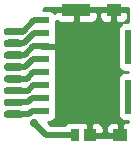
<source format=gtl>
G04 #@! TF.GenerationSoftware,KiCad,Pcbnew,(5.1.5)-3*
G04 #@! TF.CreationDate,2019-12-29T19:45:59-08:00*
G04 #@! TF.ProjectId,teensy40-sd-adapter,7465656e-7379-4343-902d-73642d616461,rev?*
G04 #@! TF.SameCoordinates,Original*
G04 #@! TF.FileFunction,Copper,L1,Top*
G04 #@! TF.FilePolarity,Positive*
%FSLAX46Y46*%
G04 Gerber Fmt 4.6, Leading zero omitted, Abs format (unit mm)*
G04 Created by KiCad (PCBNEW (5.1.5)-3) date 2019-12-29 19:45:59*
%MOMM*%
%LPD*%
G04 APERTURE LIST*
%ADD10C,0.100000*%
%ADD11C,0.700000*%
%ADD12R,0.550000X2.910000*%
%ADD13R,1.000000X0.500000*%
%ADD14R,0.780000X1.050000*%
%ADD15R,1.200000X1.050000*%
%ADD16R,2.390000X1.050000*%
%ADD17R,1.080000X1.050000*%
%ADD18C,0.500000*%
%ADD19C,0.254000*%
G04 APERTURE END LIST*
G04 #@! TA.AperFunction,ComponentPad*
D10*
G36*
X126289856Y-98411565D02*
G01*
X126321404Y-98416245D01*
X126352343Y-98423994D01*
X126382372Y-98434739D01*
X126411204Y-98448376D01*
X126438560Y-98464772D01*
X126464178Y-98483772D01*
X126487810Y-98505190D01*
X126509228Y-98528822D01*
X126528228Y-98554440D01*
X126544624Y-98581796D01*
X126558261Y-98610628D01*
X126569006Y-98640657D01*
X126576755Y-98671596D01*
X126581435Y-98703144D01*
X126583000Y-98735000D01*
X126583000Y-98735002D01*
X126581435Y-98766858D01*
X126576755Y-98798406D01*
X126569006Y-98829345D01*
X126558261Y-98859374D01*
X126544624Y-98888206D01*
X126528228Y-98915562D01*
X126509228Y-98941180D01*
X126487810Y-98964812D01*
X126464178Y-98986230D01*
X126438560Y-99005230D01*
X126411204Y-99021626D01*
X126382372Y-99035263D01*
X126352343Y-99046008D01*
X126321404Y-99053757D01*
X126289856Y-99058437D01*
X126258000Y-99060002D01*
X125258000Y-99060002D01*
X125226144Y-99058437D01*
X125194596Y-99053757D01*
X125163657Y-99046008D01*
X125133628Y-99035263D01*
X125104796Y-99021626D01*
X125077440Y-99005230D01*
X125051822Y-98986230D01*
X125028190Y-98964812D01*
X125006772Y-98941180D01*
X124987772Y-98915562D01*
X124971376Y-98888206D01*
X124957739Y-98859374D01*
X124946994Y-98829345D01*
X124939245Y-98798406D01*
X124934565Y-98766858D01*
X124933000Y-98735002D01*
X124933000Y-98735000D01*
X124934565Y-98703144D01*
X124939245Y-98671596D01*
X124946994Y-98640657D01*
X124957739Y-98610628D01*
X124971376Y-98581796D01*
X124987772Y-98554440D01*
X125006772Y-98528822D01*
X125028190Y-98505190D01*
X125051822Y-98483772D01*
X125077440Y-98464772D01*
X125104796Y-98448376D01*
X125133628Y-98434739D01*
X125163657Y-98423994D01*
X125194596Y-98416245D01*
X125226144Y-98411565D01*
X125258000Y-98410000D01*
X126258000Y-98410000D01*
X126289856Y-98411565D01*
G37*
G04 #@! TD.AperFunction*
G04 #@! TA.AperFunction,ComponentPad*
G36*
X126289856Y-97411565D02*
G01*
X126321404Y-97416245D01*
X126352343Y-97423994D01*
X126382372Y-97434739D01*
X126411204Y-97448376D01*
X126438560Y-97464772D01*
X126464178Y-97483772D01*
X126487810Y-97505190D01*
X126509228Y-97528822D01*
X126528228Y-97554440D01*
X126544624Y-97581796D01*
X126558261Y-97610628D01*
X126569006Y-97640657D01*
X126576755Y-97671596D01*
X126581435Y-97703144D01*
X126583000Y-97735000D01*
X126583000Y-97735002D01*
X126581435Y-97766858D01*
X126576755Y-97798406D01*
X126569006Y-97829345D01*
X126558261Y-97859374D01*
X126544624Y-97888206D01*
X126528228Y-97915562D01*
X126509228Y-97941180D01*
X126487810Y-97964812D01*
X126464178Y-97986230D01*
X126438560Y-98005230D01*
X126411204Y-98021626D01*
X126382372Y-98035263D01*
X126352343Y-98046008D01*
X126321404Y-98053757D01*
X126289856Y-98058437D01*
X126258000Y-98060002D01*
X125258000Y-98060002D01*
X125226144Y-98058437D01*
X125194596Y-98053757D01*
X125163657Y-98046008D01*
X125133628Y-98035263D01*
X125104796Y-98021626D01*
X125077440Y-98005230D01*
X125051822Y-97986230D01*
X125028190Y-97964812D01*
X125006772Y-97941180D01*
X124987772Y-97915562D01*
X124971376Y-97888206D01*
X124957739Y-97859374D01*
X124946994Y-97829345D01*
X124939245Y-97798406D01*
X124934565Y-97766858D01*
X124933000Y-97735002D01*
X124933000Y-97735000D01*
X124934565Y-97703144D01*
X124939245Y-97671596D01*
X124946994Y-97640657D01*
X124957739Y-97610628D01*
X124971376Y-97581796D01*
X124987772Y-97554440D01*
X125006772Y-97528822D01*
X125028190Y-97505190D01*
X125051822Y-97483772D01*
X125077440Y-97464772D01*
X125104796Y-97448376D01*
X125133628Y-97434739D01*
X125163657Y-97423994D01*
X125194596Y-97416245D01*
X125226144Y-97411565D01*
X125258000Y-97410000D01*
X126258000Y-97410000D01*
X126289856Y-97411565D01*
G37*
G04 #@! TD.AperFunction*
G04 #@! TA.AperFunction,ComponentPad*
G36*
X126289856Y-96411565D02*
G01*
X126321404Y-96416245D01*
X126352343Y-96423994D01*
X126382372Y-96434739D01*
X126411204Y-96448376D01*
X126438560Y-96464772D01*
X126464178Y-96483772D01*
X126487810Y-96505190D01*
X126509228Y-96528822D01*
X126528228Y-96554440D01*
X126544624Y-96581796D01*
X126558261Y-96610628D01*
X126569006Y-96640657D01*
X126576755Y-96671596D01*
X126581435Y-96703144D01*
X126583000Y-96735000D01*
X126583000Y-96735002D01*
X126581435Y-96766858D01*
X126576755Y-96798406D01*
X126569006Y-96829345D01*
X126558261Y-96859374D01*
X126544624Y-96888206D01*
X126528228Y-96915562D01*
X126509228Y-96941180D01*
X126487810Y-96964812D01*
X126464178Y-96986230D01*
X126438560Y-97005230D01*
X126411204Y-97021626D01*
X126382372Y-97035263D01*
X126352343Y-97046008D01*
X126321404Y-97053757D01*
X126289856Y-97058437D01*
X126258000Y-97060002D01*
X125258000Y-97060002D01*
X125226144Y-97058437D01*
X125194596Y-97053757D01*
X125163657Y-97046008D01*
X125133628Y-97035263D01*
X125104796Y-97021626D01*
X125077440Y-97005230D01*
X125051822Y-96986230D01*
X125028190Y-96964812D01*
X125006772Y-96941180D01*
X124987772Y-96915562D01*
X124971376Y-96888206D01*
X124957739Y-96859374D01*
X124946994Y-96829345D01*
X124939245Y-96798406D01*
X124934565Y-96766858D01*
X124933000Y-96735002D01*
X124933000Y-96735000D01*
X124934565Y-96703144D01*
X124939245Y-96671596D01*
X124946994Y-96640657D01*
X124957739Y-96610628D01*
X124971376Y-96581796D01*
X124987772Y-96554440D01*
X125006772Y-96528822D01*
X125028190Y-96505190D01*
X125051822Y-96483772D01*
X125077440Y-96464772D01*
X125104796Y-96448376D01*
X125133628Y-96434739D01*
X125163657Y-96423994D01*
X125194596Y-96416245D01*
X125226144Y-96411565D01*
X125258000Y-96410000D01*
X126258000Y-96410000D01*
X126289856Y-96411565D01*
G37*
G04 #@! TD.AperFunction*
G04 #@! TA.AperFunction,ComponentPad*
G36*
X126289856Y-95411565D02*
G01*
X126321404Y-95416245D01*
X126352343Y-95423994D01*
X126382372Y-95434739D01*
X126411204Y-95448376D01*
X126438560Y-95464772D01*
X126464178Y-95483772D01*
X126487810Y-95505190D01*
X126509228Y-95528822D01*
X126528228Y-95554440D01*
X126544624Y-95581796D01*
X126558261Y-95610628D01*
X126569006Y-95640657D01*
X126576755Y-95671596D01*
X126581435Y-95703144D01*
X126583000Y-95735000D01*
X126583000Y-95735002D01*
X126581435Y-95766858D01*
X126576755Y-95798406D01*
X126569006Y-95829345D01*
X126558261Y-95859374D01*
X126544624Y-95888206D01*
X126528228Y-95915562D01*
X126509228Y-95941180D01*
X126487810Y-95964812D01*
X126464178Y-95986230D01*
X126438560Y-96005230D01*
X126411204Y-96021626D01*
X126382372Y-96035263D01*
X126352343Y-96046008D01*
X126321404Y-96053757D01*
X126289856Y-96058437D01*
X126258000Y-96060002D01*
X125258000Y-96060002D01*
X125226144Y-96058437D01*
X125194596Y-96053757D01*
X125163657Y-96046008D01*
X125133628Y-96035263D01*
X125104796Y-96021626D01*
X125077440Y-96005230D01*
X125051822Y-95986230D01*
X125028190Y-95964812D01*
X125006772Y-95941180D01*
X124987772Y-95915562D01*
X124971376Y-95888206D01*
X124957739Y-95859374D01*
X124946994Y-95829345D01*
X124939245Y-95798406D01*
X124934565Y-95766858D01*
X124933000Y-95735002D01*
X124933000Y-95735000D01*
X124934565Y-95703144D01*
X124939245Y-95671596D01*
X124946994Y-95640657D01*
X124957739Y-95610628D01*
X124971376Y-95581796D01*
X124987772Y-95554440D01*
X125006772Y-95528822D01*
X125028190Y-95505190D01*
X125051822Y-95483772D01*
X125077440Y-95464772D01*
X125104796Y-95448376D01*
X125133628Y-95434739D01*
X125163657Y-95423994D01*
X125194596Y-95416245D01*
X125226144Y-95411565D01*
X125258000Y-95410000D01*
X126258000Y-95410000D01*
X126289856Y-95411565D01*
G37*
G04 #@! TD.AperFunction*
G04 #@! TA.AperFunction,ComponentPad*
G36*
X126289856Y-94411565D02*
G01*
X126321404Y-94416245D01*
X126352343Y-94423994D01*
X126382372Y-94434739D01*
X126411204Y-94448376D01*
X126438560Y-94464772D01*
X126464178Y-94483772D01*
X126487810Y-94505190D01*
X126509228Y-94528822D01*
X126528228Y-94554440D01*
X126544624Y-94581796D01*
X126558261Y-94610628D01*
X126569006Y-94640657D01*
X126576755Y-94671596D01*
X126581435Y-94703144D01*
X126583000Y-94735000D01*
X126583000Y-94735002D01*
X126581435Y-94766858D01*
X126576755Y-94798406D01*
X126569006Y-94829345D01*
X126558261Y-94859374D01*
X126544624Y-94888206D01*
X126528228Y-94915562D01*
X126509228Y-94941180D01*
X126487810Y-94964812D01*
X126464178Y-94986230D01*
X126438560Y-95005230D01*
X126411204Y-95021626D01*
X126382372Y-95035263D01*
X126352343Y-95046008D01*
X126321404Y-95053757D01*
X126289856Y-95058437D01*
X126258000Y-95060002D01*
X125258000Y-95060002D01*
X125226144Y-95058437D01*
X125194596Y-95053757D01*
X125163657Y-95046008D01*
X125133628Y-95035263D01*
X125104796Y-95021626D01*
X125077440Y-95005230D01*
X125051822Y-94986230D01*
X125028190Y-94964812D01*
X125006772Y-94941180D01*
X124987772Y-94915562D01*
X124971376Y-94888206D01*
X124957739Y-94859374D01*
X124946994Y-94829345D01*
X124939245Y-94798406D01*
X124934565Y-94766858D01*
X124933000Y-94735002D01*
X124933000Y-94735000D01*
X124934565Y-94703144D01*
X124939245Y-94671596D01*
X124946994Y-94640657D01*
X124957739Y-94610628D01*
X124971376Y-94581796D01*
X124987772Y-94554440D01*
X125006772Y-94528822D01*
X125028190Y-94505190D01*
X125051822Y-94483772D01*
X125077440Y-94464772D01*
X125104796Y-94448376D01*
X125133628Y-94434739D01*
X125163657Y-94423994D01*
X125194596Y-94416245D01*
X125226144Y-94411565D01*
X125258000Y-94410000D01*
X126258000Y-94410000D01*
X126289856Y-94411565D01*
G37*
G04 #@! TD.AperFunction*
G04 #@! TA.AperFunction,ComponentPad*
G36*
X126289856Y-93411565D02*
G01*
X126321404Y-93416245D01*
X126352343Y-93423994D01*
X126382372Y-93434739D01*
X126411204Y-93448376D01*
X126438560Y-93464772D01*
X126464178Y-93483772D01*
X126487810Y-93505190D01*
X126509228Y-93528822D01*
X126528228Y-93554440D01*
X126544624Y-93581796D01*
X126558261Y-93610628D01*
X126569006Y-93640657D01*
X126576755Y-93671596D01*
X126581435Y-93703144D01*
X126583000Y-93735000D01*
X126583000Y-93735002D01*
X126581435Y-93766858D01*
X126576755Y-93798406D01*
X126569006Y-93829345D01*
X126558261Y-93859374D01*
X126544624Y-93888206D01*
X126528228Y-93915562D01*
X126509228Y-93941180D01*
X126487810Y-93964812D01*
X126464178Y-93986230D01*
X126438560Y-94005230D01*
X126411204Y-94021626D01*
X126382372Y-94035263D01*
X126352343Y-94046008D01*
X126321404Y-94053757D01*
X126289856Y-94058437D01*
X126258000Y-94060002D01*
X125258000Y-94060002D01*
X125226144Y-94058437D01*
X125194596Y-94053757D01*
X125163657Y-94046008D01*
X125133628Y-94035263D01*
X125104796Y-94021626D01*
X125077440Y-94005230D01*
X125051822Y-93986230D01*
X125028190Y-93964812D01*
X125006772Y-93941180D01*
X124987772Y-93915562D01*
X124971376Y-93888206D01*
X124957739Y-93859374D01*
X124946994Y-93829345D01*
X124939245Y-93798406D01*
X124934565Y-93766858D01*
X124933000Y-93735002D01*
X124933000Y-93735000D01*
X124934565Y-93703144D01*
X124939245Y-93671596D01*
X124946994Y-93640657D01*
X124957739Y-93610628D01*
X124971376Y-93581796D01*
X124987772Y-93554440D01*
X125006772Y-93528822D01*
X125028190Y-93505190D01*
X125051822Y-93483772D01*
X125077440Y-93464772D01*
X125104796Y-93448376D01*
X125133628Y-93434739D01*
X125163657Y-93423994D01*
X125194596Y-93416245D01*
X125226144Y-93411565D01*
X125258000Y-93410000D01*
X126258000Y-93410000D01*
X126289856Y-93411565D01*
G37*
G04 #@! TD.AperFunction*
G04 #@! TA.AperFunction,ComponentPad*
G36*
X126289856Y-92411565D02*
G01*
X126321404Y-92416245D01*
X126352343Y-92423994D01*
X126382372Y-92434739D01*
X126411204Y-92448376D01*
X126438560Y-92464772D01*
X126464178Y-92483772D01*
X126487810Y-92505190D01*
X126509228Y-92528822D01*
X126528228Y-92554440D01*
X126544624Y-92581796D01*
X126558261Y-92610628D01*
X126569006Y-92640657D01*
X126576755Y-92671596D01*
X126581435Y-92703144D01*
X126583000Y-92735000D01*
X126583000Y-92735002D01*
X126581435Y-92766858D01*
X126576755Y-92798406D01*
X126569006Y-92829345D01*
X126558261Y-92859374D01*
X126544624Y-92888206D01*
X126528228Y-92915562D01*
X126509228Y-92941180D01*
X126487810Y-92964812D01*
X126464178Y-92986230D01*
X126438560Y-93005230D01*
X126411204Y-93021626D01*
X126382372Y-93035263D01*
X126352343Y-93046008D01*
X126321404Y-93053757D01*
X126289856Y-93058437D01*
X126258000Y-93060002D01*
X125258000Y-93060002D01*
X125226144Y-93058437D01*
X125194596Y-93053757D01*
X125163657Y-93046008D01*
X125133628Y-93035263D01*
X125104796Y-93021626D01*
X125077440Y-93005230D01*
X125051822Y-92986230D01*
X125028190Y-92964812D01*
X125006772Y-92941180D01*
X124987772Y-92915562D01*
X124971376Y-92888206D01*
X124957739Y-92859374D01*
X124946994Y-92829345D01*
X124939245Y-92798406D01*
X124934565Y-92766858D01*
X124933000Y-92735002D01*
X124933000Y-92735000D01*
X124934565Y-92703144D01*
X124939245Y-92671596D01*
X124946994Y-92640657D01*
X124957739Y-92610628D01*
X124971376Y-92581796D01*
X124987772Y-92554440D01*
X125006772Y-92528822D01*
X125028190Y-92505190D01*
X125051822Y-92483772D01*
X125077440Y-92464772D01*
X125104796Y-92448376D01*
X125133628Y-92434739D01*
X125163657Y-92423994D01*
X125194596Y-92416245D01*
X125226144Y-92411565D01*
X125258000Y-92410000D01*
X126258000Y-92410000D01*
X126289856Y-92411565D01*
G37*
G04 #@! TD.AperFunction*
G04 #@! TA.AperFunction,ComponentPad*
G36*
X126289856Y-91411565D02*
G01*
X126321404Y-91416245D01*
X126352343Y-91423994D01*
X126382372Y-91434739D01*
X126411204Y-91448376D01*
X126438560Y-91464772D01*
X126464178Y-91483772D01*
X126487810Y-91505190D01*
X126509228Y-91528822D01*
X126528228Y-91554440D01*
X126544624Y-91581796D01*
X126558261Y-91610628D01*
X126569006Y-91640657D01*
X126576755Y-91671596D01*
X126581435Y-91703144D01*
X126583000Y-91735000D01*
X126583000Y-91735002D01*
X126581435Y-91766858D01*
X126576755Y-91798406D01*
X126569006Y-91829345D01*
X126558261Y-91859374D01*
X126544624Y-91888206D01*
X126528228Y-91915562D01*
X126509228Y-91941180D01*
X126487810Y-91964812D01*
X126464178Y-91986230D01*
X126438560Y-92005230D01*
X126411204Y-92021626D01*
X126382372Y-92035263D01*
X126352343Y-92046008D01*
X126321404Y-92053757D01*
X126289856Y-92058437D01*
X126258000Y-92060002D01*
X125258000Y-92060002D01*
X125226144Y-92058437D01*
X125194596Y-92053757D01*
X125163657Y-92046008D01*
X125133628Y-92035263D01*
X125104796Y-92021626D01*
X125077440Y-92005230D01*
X125051822Y-91986230D01*
X125028190Y-91964812D01*
X125006772Y-91941180D01*
X124987772Y-91915562D01*
X124971376Y-91888206D01*
X124957739Y-91859374D01*
X124946994Y-91829345D01*
X124939245Y-91798406D01*
X124934565Y-91766858D01*
X124933000Y-91735002D01*
X124933000Y-91735000D01*
X124934565Y-91703144D01*
X124939245Y-91671596D01*
X124946994Y-91640657D01*
X124957739Y-91610628D01*
X124971376Y-91581796D01*
X124987772Y-91554440D01*
X125006772Y-91528822D01*
X125028190Y-91505190D01*
X125051822Y-91483772D01*
X125077440Y-91464772D01*
X125104796Y-91448376D01*
X125133628Y-91434739D01*
X125163657Y-91423994D01*
X125194596Y-91416245D01*
X125226144Y-91411565D01*
X125258000Y-91410000D01*
X126258000Y-91410000D01*
X126289856Y-91411565D01*
G37*
G04 #@! TD.AperFunction*
D11*
X127500000Y-99500000D03*
D12*
X135485000Y-97240000D03*
D13*
X128250000Y-90800000D03*
X128250000Y-91900000D03*
X128250000Y-93000000D03*
X128250000Y-94100000D03*
X128250000Y-95200000D03*
X128250000Y-96300000D03*
X128250000Y-97400000D03*
D14*
X130930000Y-100525000D03*
D12*
X135485000Y-93050000D03*
D15*
X134810000Y-100525000D03*
D16*
X131054500Y-89875000D03*
D17*
X132200000Y-100525000D03*
D15*
X134240000Y-89875000D03*
D13*
X128250000Y-98500000D03*
D18*
X128525000Y-100525000D02*
X127500000Y-99500000D01*
X130930000Y-100525000D02*
X128525000Y-100525000D01*
X126564999Y-91735001D02*
X126320000Y-91735001D01*
X128250000Y-90800000D02*
X127500000Y-90800000D01*
X127500000Y-90800000D02*
X126564999Y-91735001D01*
X125320000Y-91735001D02*
X126564999Y-91735001D01*
X126664999Y-92735001D02*
X125320000Y-92735001D01*
X128250000Y-91900000D02*
X127500000Y-91900000D01*
X127500000Y-91900000D02*
X126664999Y-92735001D01*
X125320000Y-93735001D02*
X126689974Y-93735001D01*
X127500000Y-93000000D02*
X128250000Y-93000000D01*
X127424975Y-93000000D02*
X127500000Y-93000000D01*
X126689974Y-93735001D02*
X127424975Y-93000000D01*
X127400000Y-95200000D02*
X128250000Y-95200000D01*
X125320000Y-95735001D02*
X126864999Y-95735001D01*
X126864999Y-95735001D02*
X127400000Y-95200000D01*
X127400000Y-96300000D02*
X128250000Y-96300000D01*
X125320000Y-96735001D02*
X126964999Y-96735001D01*
X126964999Y-96735001D02*
X127400000Y-96300000D01*
X127300000Y-97400000D02*
X128250000Y-97400000D01*
X125320000Y-97735001D02*
X126964999Y-97735001D01*
X126964999Y-97735001D02*
X127300000Y-97400000D01*
X125320000Y-98735001D02*
X127064999Y-98735001D01*
X127300000Y-98500000D02*
X128250000Y-98500000D01*
X127064999Y-98735001D02*
X127300000Y-98500000D01*
X125320000Y-94735001D02*
X126764999Y-94735001D01*
X127400000Y-94100000D02*
X128250000Y-94100000D01*
X126764999Y-94735001D02*
X127400000Y-94100000D01*
D19*
G36*
X135490000Y-90956928D02*
G01*
X135210000Y-90956928D01*
X135130466Y-90964761D01*
X135194494Y-90930537D01*
X135291185Y-90851185D01*
X135370537Y-90754494D01*
X135429502Y-90644180D01*
X135465812Y-90524482D01*
X135478072Y-90400000D01*
X135475000Y-90160750D01*
X135316250Y-90002000D01*
X134367000Y-90002000D01*
X134367000Y-90876250D01*
X134525750Y-91035000D01*
X134840000Y-91038072D01*
X134919534Y-91030239D01*
X134855506Y-91064463D01*
X134758815Y-91143815D01*
X134679463Y-91240506D01*
X134620498Y-91350820D01*
X134584188Y-91470518D01*
X134571928Y-91595000D01*
X134571928Y-94505000D01*
X134584188Y-94629482D01*
X134620498Y-94749180D01*
X134679463Y-94859494D01*
X134758815Y-94956185D01*
X134855506Y-95035537D01*
X134965820Y-95094502D01*
X135085518Y-95130812D01*
X135210000Y-95143072D01*
X135490000Y-95143072D01*
X135490000Y-95146928D01*
X135210000Y-95146928D01*
X135085518Y-95159188D01*
X134965820Y-95195498D01*
X134855506Y-95254463D01*
X134758815Y-95333815D01*
X134679463Y-95430506D01*
X134620498Y-95540820D01*
X134584188Y-95660518D01*
X134571928Y-95785000D01*
X134571928Y-98695000D01*
X134584188Y-98819482D01*
X134620498Y-98939180D01*
X134679463Y-99049494D01*
X134758815Y-99146185D01*
X134855506Y-99225537D01*
X134965820Y-99284502D01*
X135085518Y-99320812D01*
X135210000Y-99333072D01*
X135490001Y-99333072D01*
X135490001Y-99369807D01*
X135410000Y-99361928D01*
X135095750Y-99365000D01*
X134937000Y-99523750D01*
X134937000Y-100398000D01*
X134957000Y-100398000D01*
X134957000Y-100652000D01*
X134937000Y-100652000D01*
X134937000Y-100672000D01*
X134683000Y-100672000D01*
X134683000Y-100652000D01*
X133733750Y-100652000D01*
X133695750Y-100690000D01*
X133254250Y-100690000D01*
X133216250Y-100652000D01*
X132327000Y-100652000D01*
X132327000Y-100672000D01*
X132073000Y-100672000D01*
X132073000Y-100652000D01*
X132053000Y-100652000D01*
X132053000Y-100398000D01*
X132073000Y-100398000D01*
X132073000Y-99523750D01*
X132327000Y-99523750D01*
X132327000Y-100398000D01*
X133216250Y-100398000D01*
X133375000Y-100239250D01*
X133378072Y-100000000D01*
X133571928Y-100000000D01*
X133575000Y-100239250D01*
X133733750Y-100398000D01*
X134683000Y-100398000D01*
X134683000Y-99523750D01*
X134524250Y-99365000D01*
X134210000Y-99361928D01*
X134085518Y-99374188D01*
X133965820Y-99410498D01*
X133855506Y-99469463D01*
X133758815Y-99548815D01*
X133679463Y-99645506D01*
X133620498Y-99755820D01*
X133584188Y-99875518D01*
X133571928Y-100000000D01*
X133378072Y-100000000D01*
X133365812Y-99875518D01*
X133329502Y-99755820D01*
X133270537Y-99645506D01*
X133191185Y-99548815D01*
X133094494Y-99469463D01*
X132984180Y-99410498D01*
X132864482Y-99374188D01*
X132740000Y-99361928D01*
X132485750Y-99365000D01*
X132327000Y-99523750D01*
X132073000Y-99523750D01*
X131914250Y-99365000D01*
X131660000Y-99361928D01*
X131535518Y-99374188D01*
X131490000Y-99387996D01*
X131444482Y-99374188D01*
X131320000Y-99361928D01*
X130540000Y-99361928D01*
X130415518Y-99374188D01*
X130295820Y-99410498D01*
X130185506Y-99469463D01*
X130088815Y-99548815D01*
X130013982Y-99640000D01*
X128891579Y-99640000D01*
X128639651Y-99388072D01*
X128750000Y-99388072D01*
X128874482Y-99375812D01*
X128994180Y-99339502D01*
X129104494Y-99280537D01*
X129201185Y-99201185D01*
X129280537Y-99104494D01*
X129339502Y-98994180D01*
X129375812Y-98874482D01*
X129388072Y-98750000D01*
X129388072Y-98250000D01*
X129375812Y-98125518D01*
X129339502Y-98005820D01*
X129309665Y-97950000D01*
X129339502Y-97894180D01*
X129375812Y-97774482D01*
X129388072Y-97650000D01*
X129388072Y-97150000D01*
X129375812Y-97025518D01*
X129339502Y-96905820D01*
X129309665Y-96850000D01*
X129339502Y-96794180D01*
X129375812Y-96674482D01*
X129388072Y-96550000D01*
X129388072Y-96050000D01*
X129375812Y-95925518D01*
X129339502Y-95805820D01*
X129309665Y-95750000D01*
X129339502Y-95694180D01*
X129375812Y-95574482D01*
X129388072Y-95450000D01*
X129388072Y-94950000D01*
X129375812Y-94825518D01*
X129339502Y-94705820D01*
X129309665Y-94650000D01*
X129339502Y-94594180D01*
X129375812Y-94474482D01*
X129388072Y-94350000D01*
X129388072Y-93850000D01*
X129375812Y-93725518D01*
X129339502Y-93605820D01*
X129309724Y-93550110D01*
X129334650Y-93505579D01*
X129373277Y-93386609D01*
X129385000Y-93281750D01*
X129226250Y-93123000D01*
X128377000Y-93123000D01*
X128377000Y-93147000D01*
X128123000Y-93147000D01*
X128123000Y-93123000D01*
X128103000Y-93123000D01*
X128103000Y-92877000D01*
X128123000Y-92877000D01*
X128123000Y-92853000D01*
X128377000Y-92853000D01*
X128377000Y-92877000D01*
X129226250Y-92877000D01*
X129385000Y-92718250D01*
X129373277Y-92613391D01*
X129334650Y-92494421D01*
X129309724Y-92449890D01*
X129339502Y-92394180D01*
X129375812Y-92274482D01*
X129388072Y-92150000D01*
X129388072Y-91650000D01*
X129375812Y-91525518D01*
X129339502Y-91405820D01*
X129309665Y-91350000D01*
X129339502Y-91294180D01*
X129375812Y-91174482D01*
X129388072Y-91050000D01*
X129388072Y-90826519D01*
X129408315Y-90851185D01*
X129505006Y-90930537D01*
X129615320Y-90989502D01*
X129735018Y-91025812D01*
X129859500Y-91038072D01*
X130768750Y-91035000D01*
X130927500Y-90876250D01*
X130927500Y-90002000D01*
X131181500Y-90002000D01*
X131181500Y-90876250D01*
X131340250Y-91035000D01*
X132249500Y-91038072D01*
X132373982Y-91025812D01*
X132493680Y-90989502D01*
X132603994Y-90930537D01*
X132700685Y-90851185D01*
X132780037Y-90754494D01*
X132839002Y-90644180D01*
X132875312Y-90524482D01*
X132887572Y-90400000D01*
X133001928Y-90400000D01*
X133014188Y-90524482D01*
X133050498Y-90644180D01*
X133109463Y-90754494D01*
X133188815Y-90851185D01*
X133285506Y-90930537D01*
X133395820Y-90989502D01*
X133515518Y-91025812D01*
X133640000Y-91038072D01*
X133954250Y-91035000D01*
X134113000Y-90876250D01*
X134113000Y-90002000D01*
X133163750Y-90002000D01*
X133005000Y-90160750D01*
X133001928Y-90400000D01*
X132887572Y-90400000D01*
X132884500Y-90160750D01*
X132725750Y-90002000D01*
X131181500Y-90002000D01*
X130927500Y-90002000D01*
X129383250Y-90002000D01*
X129239612Y-90145638D01*
X129201185Y-90098815D01*
X129104494Y-90019463D01*
X128994180Y-89960498D01*
X128874482Y-89924188D01*
X128750000Y-89911928D01*
X128271453Y-89911928D01*
X128423381Y-89760000D01*
X135490000Y-89760000D01*
X135490000Y-90956928D01*
G37*
X135490000Y-90956928D02*
X135210000Y-90956928D01*
X135130466Y-90964761D01*
X135194494Y-90930537D01*
X135291185Y-90851185D01*
X135370537Y-90754494D01*
X135429502Y-90644180D01*
X135465812Y-90524482D01*
X135478072Y-90400000D01*
X135475000Y-90160750D01*
X135316250Y-90002000D01*
X134367000Y-90002000D01*
X134367000Y-90876250D01*
X134525750Y-91035000D01*
X134840000Y-91038072D01*
X134919534Y-91030239D01*
X134855506Y-91064463D01*
X134758815Y-91143815D01*
X134679463Y-91240506D01*
X134620498Y-91350820D01*
X134584188Y-91470518D01*
X134571928Y-91595000D01*
X134571928Y-94505000D01*
X134584188Y-94629482D01*
X134620498Y-94749180D01*
X134679463Y-94859494D01*
X134758815Y-94956185D01*
X134855506Y-95035537D01*
X134965820Y-95094502D01*
X135085518Y-95130812D01*
X135210000Y-95143072D01*
X135490000Y-95143072D01*
X135490000Y-95146928D01*
X135210000Y-95146928D01*
X135085518Y-95159188D01*
X134965820Y-95195498D01*
X134855506Y-95254463D01*
X134758815Y-95333815D01*
X134679463Y-95430506D01*
X134620498Y-95540820D01*
X134584188Y-95660518D01*
X134571928Y-95785000D01*
X134571928Y-98695000D01*
X134584188Y-98819482D01*
X134620498Y-98939180D01*
X134679463Y-99049494D01*
X134758815Y-99146185D01*
X134855506Y-99225537D01*
X134965820Y-99284502D01*
X135085518Y-99320812D01*
X135210000Y-99333072D01*
X135490001Y-99333072D01*
X135490001Y-99369807D01*
X135410000Y-99361928D01*
X135095750Y-99365000D01*
X134937000Y-99523750D01*
X134937000Y-100398000D01*
X134957000Y-100398000D01*
X134957000Y-100652000D01*
X134937000Y-100652000D01*
X134937000Y-100672000D01*
X134683000Y-100672000D01*
X134683000Y-100652000D01*
X133733750Y-100652000D01*
X133695750Y-100690000D01*
X133254250Y-100690000D01*
X133216250Y-100652000D01*
X132327000Y-100652000D01*
X132327000Y-100672000D01*
X132073000Y-100672000D01*
X132073000Y-100652000D01*
X132053000Y-100652000D01*
X132053000Y-100398000D01*
X132073000Y-100398000D01*
X132073000Y-99523750D01*
X132327000Y-99523750D01*
X132327000Y-100398000D01*
X133216250Y-100398000D01*
X133375000Y-100239250D01*
X133378072Y-100000000D01*
X133571928Y-100000000D01*
X133575000Y-100239250D01*
X133733750Y-100398000D01*
X134683000Y-100398000D01*
X134683000Y-99523750D01*
X134524250Y-99365000D01*
X134210000Y-99361928D01*
X134085518Y-99374188D01*
X133965820Y-99410498D01*
X133855506Y-99469463D01*
X133758815Y-99548815D01*
X133679463Y-99645506D01*
X133620498Y-99755820D01*
X133584188Y-99875518D01*
X133571928Y-100000000D01*
X133378072Y-100000000D01*
X133365812Y-99875518D01*
X133329502Y-99755820D01*
X133270537Y-99645506D01*
X133191185Y-99548815D01*
X133094494Y-99469463D01*
X132984180Y-99410498D01*
X132864482Y-99374188D01*
X132740000Y-99361928D01*
X132485750Y-99365000D01*
X132327000Y-99523750D01*
X132073000Y-99523750D01*
X131914250Y-99365000D01*
X131660000Y-99361928D01*
X131535518Y-99374188D01*
X131490000Y-99387996D01*
X131444482Y-99374188D01*
X131320000Y-99361928D01*
X130540000Y-99361928D01*
X130415518Y-99374188D01*
X130295820Y-99410498D01*
X130185506Y-99469463D01*
X130088815Y-99548815D01*
X130013982Y-99640000D01*
X128891579Y-99640000D01*
X128639651Y-99388072D01*
X128750000Y-99388072D01*
X128874482Y-99375812D01*
X128994180Y-99339502D01*
X129104494Y-99280537D01*
X129201185Y-99201185D01*
X129280537Y-99104494D01*
X129339502Y-98994180D01*
X129375812Y-98874482D01*
X129388072Y-98750000D01*
X129388072Y-98250000D01*
X129375812Y-98125518D01*
X129339502Y-98005820D01*
X129309665Y-97950000D01*
X129339502Y-97894180D01*
X129375812Y-97774482D01*
X129388072Y-97650000D01*
X129388072Y-97150000D01*
X129375812Y-97025518D01*
X129339502Y-96905820D01*
X129309665Y-96850000D01*
X129339502Y-96794180D01*
X129375812Y-96674482D01*
X129388072Y-96550000D01*
X129388072Y-96050000D01*
X129375812Y-95925518D01*
X129339502Y-95805820D01*
X129309665Y-95750000D01*
X129339502Y-95694180D01*
X129375812Y-95574482D01*
X129388072Y-95450000D01*
X129388072Y-94950000D01*
X129375812Y-94825518D01*
X129339502Y-94705820D01*
X129309665Y-94650000D01*
X129339502Y-94594180D01*
X129375812Y-94474482D01*
X129388072Y-94350000D01*
X129388072Y-93850000D01*
X129375812Y-93725518D01*
X129339502Y-93605820D01*
X129309724Y-93550110D01*
X129334650Y-93505579D01*
X129373277Y-93386609D01*
X129385000Y-93281750D01*
X129226250Y-93123000D01*
X128377000Y-93123000D01*
X128377000Y-93147000D01*
X128123000Y-93147000D01*
X128123000Y-93123000D01*
X128103000Y-93123000D01*
X128103000Y-92877000D01*
X128123000Y-92877000D01*
X128123000Y-92853000D01*
X128377000Y-92853000D01*
X128377000Y-92877000D01*
X129226250Y-92877000D01*
X129385000Y-92718250D01*
X129373277Y-92613391D01*
X129334650Y-92494421D01*
X129309724Y-92449890D01*
X129339502Y-92394180D01*
X129375812Y-92274482D01*
X129388072Y-92150000D01*
X129388072Y-91650000D01*
X129375812Y-91525518D01*
X129339502Y-91405820D01*
X129309665Y-91350000D01*
X129339502Y-91294180D01*
X129375812Y-91174482D01*
X129388072Y-91050000D01*
X129388072Y-90826519D01*
X129408315Y-90851185D01*
X129505006Y-90930537D01*
X129615320Y-90989502D01*
X129735018Y-91025812D01*
X129859500Y-91038072D01*
X130768750Y-91035000D01*
X130927500Y-90876250D01*
X130927500Y-90002000D01*
X131181500Y-90002000D01*
X131181500Y-90876250D01*
X131340250Y-91035000D01*
X132249500Y-91038072D01*
X132373982Y-91025812D01*
X132493680Y-90989502D01*
X132603994Y-90930537D01*
X132700685Y-90851185D01*
X132780037Y-90754494D01*
X132839002Y-90644180D01*
X132875312Y-90524482D01*
X132887572Y-90400000D01*
X133001928Y-90400000D01*
X133014188Y-90524482D01*
X133050498Y-90644180D01*
X133109463Y-90754494D01*
X133188815Y-90851185D01*
X133285506Y-90930537D01*
X133395820Y-90989502D01*
X133515518Y-91025812D01*
X133640000Y-91038072D01*
X133954250Y-91035000D01*
X134113000Y-90876250D01*
X134113000Y-90002000D01*
X133163750Y-90002000D01*
X133005000Y-90160750D01*
X133001928Y-90400000D01*
X132887572Y-90400000D01*
X132884500Y-90160750D01*
X132725750Y-90002000D01*
X131181500Y-90002000D01*
X130927500Y-90002000D01*
X129383250Y-90002000D01*
X129239612Y-90145638D01*
X129201185Y-90098815D01*
X129104494Y-90019463D01*
X128994180Y-89960498D01*
X128874482Y-89924188D01*
X128750000Y-89911928D01*
X128271453Y-89911928D01*
X128423381Y-89760000D01*
X135490000Y-89760000D01*
X135490000Y-90956928D01*
M02*

</source>
